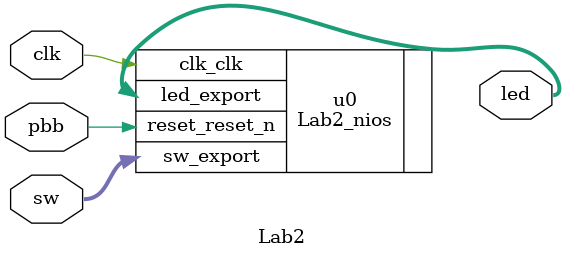
<source format=sv>
module Lab2 (
	input bit clk,
	input bit [7:0] sw,
	input bit pbb,
	output bit [7:0] led
);

Lab2_nios u0 (
	.clk_clk(clk),
	.reset_reset_n(pbb),
	.led_export(led),
	.sw_export(sw)
);

endmodule

</source>
